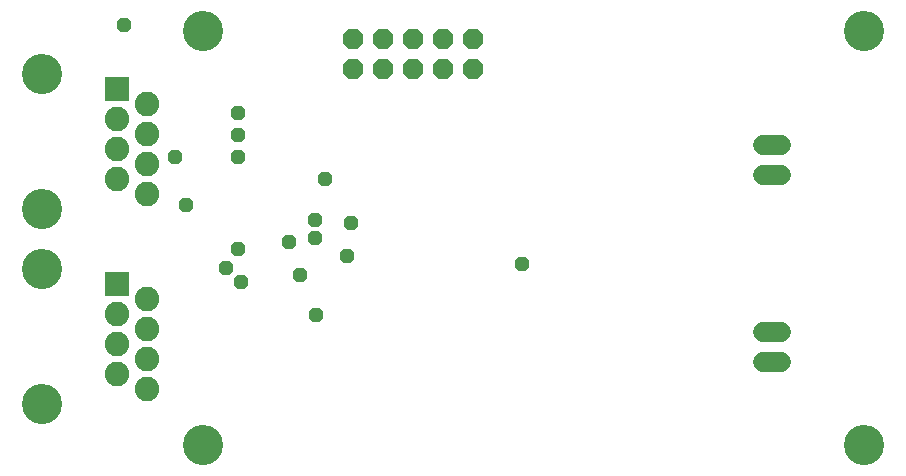
<source format=gbr>
G04 EAGLE Gerber RS-274X export*
G75*
%MOMM*%
%FSLAX34Y34*%
%LPD*%
%INSoldermask Bottom*%
%IPPOS*%
%AMOC8*
5,1,8,0,0,1.08239X$1,22.5*%
G01*
%ADD10C,3.403200*%
%ADD11P,1.869504X8X22.500000*%
%ADD12C,2.082800*%
%ADD13R,2.082800X2.082800*%
%ADD14C,1.727200*%
%ADD15P,1.309259X8X22.500000*%


D10*
X760000Y385000D03*
X760000Y35000D03*
X200000Y385000D03*
X200000Y35000D03*
D11*
X327300Y353100D03*
X327300Y378500D03*
X352700Y353100D03*
X352700Y378500D03*
X378100Y353100D03*
X378100Y378500D03*
X403500Y353100D03*
X403500Y378500D03*
X428900Y353100D03*
X428900Y378500D03*
D12*
X152400Y82150D03*
X127000Y94850D03*
X152400Y107550D03*
X152400Y132950D03*
X152400Y158350D03*
X127000Y120250D03*
X127000Y145650D03*
D13*
X127000Y171050D03*
D10*
X63500Y183750D03*
X63500Y69450D03*
D12*
X152400Y247350D03*
X127000Y260050D03*
X152400Y272750D03*
X152400Y298150D03*
X152400Y323550D03*
X127000Y285450D03*
X127000Y310850D03*
D13*
X127000Y336250D03*
D10*
X63500Y348950D03*
X63500Y234650D03*
D14*
X674380Y130500D02*
X689620Y130500D01*
X689620Y105100D02*
X674380Y105100D01*
X674380Y288600D02*
X689620Y288600D01*
X689620Y263200D02*
X674380Y263200D01*
D15*
X296100Y144600D03*
X303800Y259500D03*
X176700Y278100D03*
X133300Y390600D03*
X469900Y187700D03*
X325500Y222300D03*
X229400Y278100D03*
X229400Y200600D03*
X229400Y315300D03*
X219533Y184459D03*
X294500Y225400D03*
X294500Y209900D03*
X186000Y237800D03*
X322400Y194400D03*
X231988Y172700D03*
X229400Y296700D03*
X272800Y206800D03*
X282100Y178900D03*
M02*

</source>
